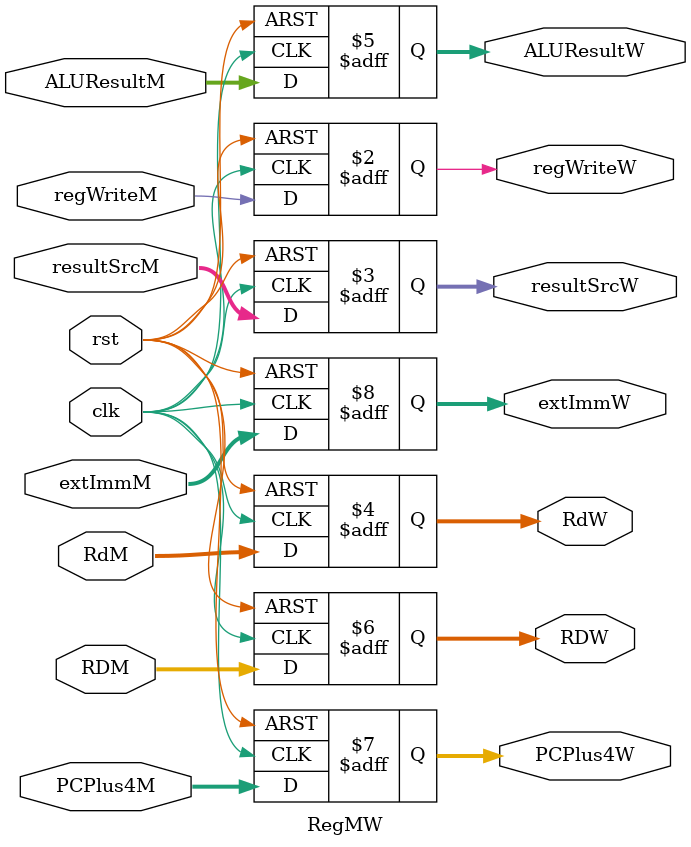
<source format=v>
module Register(in, en, rst, clk, out);
    parameter N = 32;

    input [N-1:0] in;
    input en, clk, rst;

    output reg [N-1:0] out;

    always @(posedge clk or posedge rst) begin
        if(rst)
            out <= {N{1'b0}};
        else if(en)
            out <= in;
    end

endmodule

module RegFD(clk, rst, en, clr, instrF, PCF, 
                PCPlus4F, PCPlus4D,
                instrD, PCD);
    
    input clk, rst, clr, en;
    input [31:0] instrF, PCF, PCPlus4F;

    output reg [31:0] instrD, PCD, PCPlus4D;
    
    always @(posedge clk or posedge rst) begin
        
        if(rst || clr) begin
            instrD   <= 32'b0;
            PCD      <= 32'b0;
            PCPlus4D <= 3'b0;
        end 

        else if(en) begin
            instrD   <= instrF;
            PCD      <= PCF;
            PCPlus4D <= PCPlus4F;
        end
        
    end

endmodule

module RegDE(clk, rst, clr, regWriteD, resultSrcD, memWriteD, jumpD,
                branchD, ALUControlD, ALUSrcD, RD1D, RD2D, PCD,Rs1D,
                Rs2D,RdD, extImmD,PCPlus4D, luiD,
                regWriteE, ALUSrcE, memWriteE, jumpE, luiE,
                branchE, ALUControlE, resultSrcE, RD1E, RD2E, PCE,Rs1E,
                Rs2E,RdE, extImmE,PCPlus4E, UnsignedSigE, UnsignedSigD);

    input clk, rst, clr, ALUSrcD, luiD, regWriteD, memWriteD, UnsignedSigD;
    input [31:0] RD1D, RD2D, PCD;
    input [31:0] PCPlus4D, extImmD;
    input [4:0] Rs1D, Rs2D,RdD;
    input [2:0] ALUControlD;
    input [1:0] branchD, jumpD, resultSrcD;
    output reg ALUSrcE ,luiE, regWriteE, memWriteE, UnsignedSigE;
    output reg [31:0] RD1E, RD2E, PCE;
    output reg [31:0] PCPlus4E, extImmE;
    output reg [4:0] Rs1E, Rs2E,RdE;
    output reg [2:0] ALUControlE;
    output reg [1:0] branchE, jumpE, resultSrcE;
    
    always @(posedge clk or posedge rst) begin
        if (rst || clr) begin
            regWriteE <= 1'b0;
            memWriteE <= 1'b0;
            ALUControlE <= 3'b000;
            RD1E <= 32'b0;
            RD2E <= 32'b0;
            PCE <= 32'b0;
            PCPlus4E <= 32'b0;
            extImmE <= 32'b0;
            Rs1E <= 5'b0;
            Rs2E <= 5'b0;
            RdE <= 5'b0;
            branchE <= 2'b0;
            jumpE <= 2'b0;
            ALUSrcE <= 1'b0;
            resultSrcE <= 2'b00;
            luiE <= 1'b0;
            UnsignedSigE <= 1'b0;
        end
        else begin
            regWriteE <= regWriteD;
            memWriteE <= memWriteD;
            ALUControlE <= ALUControlD;
            RD1E <= RD1D;
            RD2E <= RD2D;
            PCE <= PCD;
            PCPlus4E <= PCPlus4D;
            extImmE <= extImmD;
            Rs1E <= Rs1D;
            Rs2E <= Rs2D;
            RdE <= RdD;
            branchE <= branchD;
            jumpE <= jumpD;
            ALUSrcE <= ALUSrcD;
            resultSrcE <= resultSrcD;
            luiE <= luiD;
            UnsignedSigE <= UnsignedSigD;
        end
    end

endmodule

module RegEM(clk, rst, regWriteE, resultSrcE, memWriteE,
                 ALUResultE, writeDataE, RdE, PCPlus4E, luiE, extImmE,
                 regWriteM, resultSrcM, memWriteM, ALUResultM,
                 writeDataM, RdM, PCPlus4M, luiM,extImmM);

    input clk, rst, memWriteE, regWriteE, luiE;
    input [1:0] resultSrcE;
    input [4:0] RdE;
    input [31:0] ALUResultE, writeDataE, PCPlus4E, extImmE;
    
    output reg  memWriteM, regWriteM , luiM;
    output reg [1:0] resultSrcM;
    output reg [4:0] RdM;
    output reg [31:0] ALUResultM, writeDataM, PCPlus4M, extImmM;

    always @(posedge clk or posedge rst) begin

        if (rst) begin
            ALUResultM <= 32'b0;
            writeDataM <= 32'b0;
            PCPlus4M   <= 32'b0;
            extImmM    <= 32'b0;
            RdM        <= 5'b0;
            memWriteM  <= 1'b0;
            regWriteM  <= 1'b0;
            resultSrcM <= 2'b0;
            luiM       <= 1'b0;
        end 
        
        else begin
            ALUResultM <= ALUResultE;
            writeDataM <= writeDataE;
            PCPlus4M   <= PCPlus4E;
            RdM        <= RdE;
            memWriteM  <= memWriteE;
            regWriteM  <= regWriteE;
            resultSrcM <= resultSrcE;
            luiM       <= luiE;
            extImmM    <= extImmE;
        end

    end

endmodule

module RegMW(clk, rst, regWriteM, resultSrcM,
                 ALUResultM, RDM, RdM, PCPlus4M,
                extImmM, extImmW, regWriteW, resultSrcW,
                ALUResultW, RDW, RdW, PCPlus4W);
    
    input clk, rst, regWriteM;
    input [1:0] resultSrcM;
    input [4:0] RdM;
    input [31:0] ALUResultM, RDM, PCPlus4M, extImmM;

    output reg regWriteW;
    output reg [1:0] resultSrcW;
    output reg [4:0] RdW;
    output reg [31:0] ALUResultW, RDW, PCPlus4W, extImmW;

    always @(posedge clk or posedge rst) begin
        
        if (rst) begin
            regWriteW  <= 32'b0;
            ALUResultW <= 32'b0;
            PCPlus4W   <= 32'b0;
            RDW        <= 32'b0;
            RdW        <= 5'b0;
            resultSrcW <= 2'b0;
            extImmW    <= 32'b0;
        end 
        
        else begin
            regWriteW  <= regWriteM; 
            ALUResultW <= ALUResultM;
            PCPlus4W   <= PCPlus4M;
            RDW        <= RDM;
            RdW        <= RdM;
            resultSrcW <= resultSrcM;
            extImmW    <= extImmM;
        end
        
    end

endmodule

</source>
